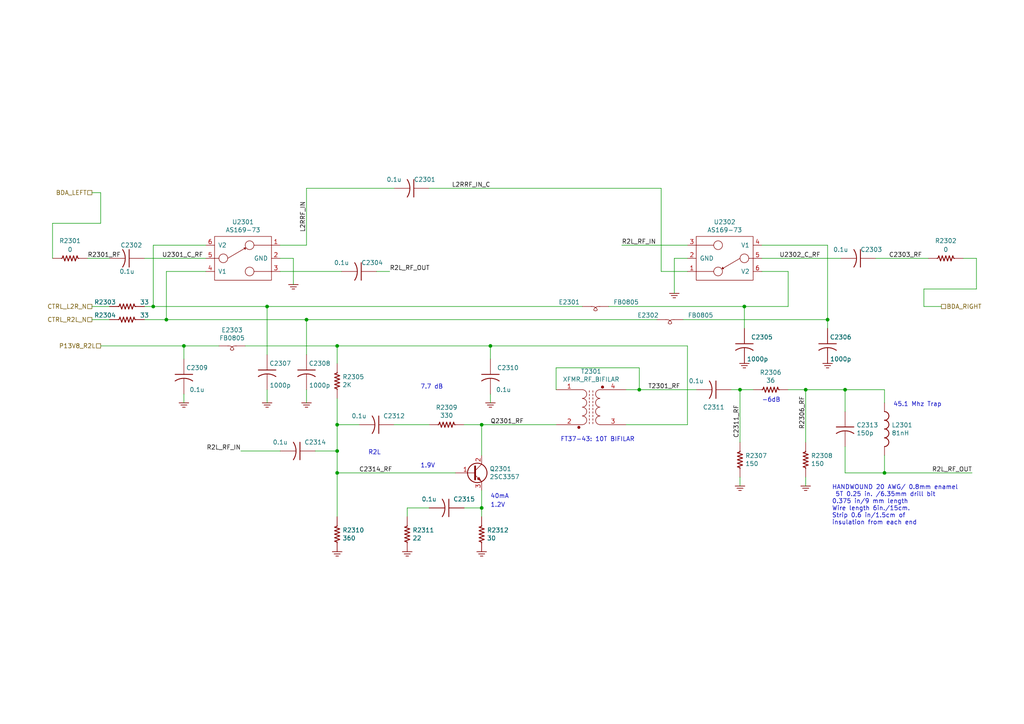
<source format=kicad_sch>
(kicad_sch (version 20211123) (generator eeschema)
  (paper "A4")
  (title_block (title "BD_RF_AMP") (rev "X1"))
  (lib_symbols
    (symbol "custom:2SC3357" (pin_names (offset 0) hide)
      (property "Reference" "Q" (at 5.08 1.905 0))
      (property "Value" "2SC3357" (at 5.08 0 0))
      (symbol "2SC3357_0_1"
        (polyline (pts (xy 0.635 0.635) (xy 2.54 2.54)))
        (polyline (pts (xy 0.635 -0.635) (xy 2.54 -2.54) (xy 2.54 -2.54)))
        (polyline (pts (xy 0.635 1.905) (xy 0.635 -1.905) (xy 0.635 -1.905)) (stroke (width 0.508)))
        (polyline (pts (xy 1.27 -1.778) (xy 1.778 -1.27) (xy 2.286 -2.286) (xy 1.27 -1.778) (xy 1.27 -1.778)) (fill (type outline)))
        (circle (center 1.27 0) (radius 2.8194) (stroke (width 0.254)))
      )
      (symbol "2SC3357_1_1"
        (pin passive line (at -5.08 0 0) (length 5.715) (name "B") (number "1"))
        (pin passive line (at 2.54 5.08 270) (length 2.54) (name "C") (number "2"))
        (pin passive line (at 2.54 -5.08 90) (length 2.54) (name "E") (number "3"))
      )
    )
    (symbol "custom:AS169-73" (pin_names (offset 1.016))
      (property "Reference" "U" (at 0 8.255 0))
      (property "Value" "AS169-73" (at 0.635 -10.795 0))
      (symbol "AS169-73_0_1"
        (rectangle (start -7.62 6.35) (end 8.89 -6.35))
        (circle (center -5.08 0) (radius 1.27))
        (polyline (pts (xy -6.35 0) (xy -7.62 0)))
        (polyline (pts (xy 3.81 -3.81) (xy 8.89 -3.81)))
        (polyline (pts (xy 3.81 3.81) (xy 8.89 3.81)))
        (polyline (pts (xy -3.81 0) (xy 1.397 3.048) (xy 1.27 2.54) (xy 0.889 3.048) (xy 1.397 3.048) (xy 1.27 2.667) (xy 1.016 2.921) (xy 1.27 2.794)))
        (circle (center 2.54 -3.81) (radius 1.27))
        (circle (center 2.54 3.81) (radius 1.27))
      )
      (symbol "AS169-73_1_1"
        (pin passive line (at 11.43 3.81 180) (length 2.54) (name "~") (number "1"))
        (pin passive line (at 11.43 0 180) (length 2.54) (name "GND") (number "2"))
        (pin passive line (at 11.43 -3.81 180) (length 2.54) (name "~") (number "3"))
        (pin passive line (at -10.16 -3.81 0) (length 2.54) (name "V1") (number "4"))
        (pin passive line (at -10.16 0 0) (length 2.54) (name "~") (number "5"))
        (pin passive line (at -10.16 3.81 0) (length 2.54) (name "V2") (number "6"))
      )
    )
    (symbol "custom:C_US" (pin_numbers hide) (pin_names (offset 0.254) hide)
      (property "Reference" "C" (at 1.27 2.54 0))
      (property "Value" "C_US" (at 1.27 -2.54 0))
      (symbol "C_US_0_1"
        (polyline (pts (xy -2.54 0.635) (xy 2.54 0.635) (xy 2.54 0.635)) (stroke (width 0.254)))
        (arc (start 2.54 -1.27) (mid 0 -0.5009) (end -2.54 -1.27) (stroke (width 0.254)))
      )
      (symbol "C_US_1_1"
        (pin passive line (at 0 5.08 270) (length 4.445) (name "~") (number "1"))
        (pin passive line (at 0 -5.08 90) (length 4.445) (name "~") (number "2"))
      )
    )
    (symbol "custom:C_US_0805_0.1UF_X7R_10%_50V_HS" (pin_numbers hide) (pin_names (offset 0.254) hide)
      (property "Reference" "C" (at 1.27 2.54 0))
      (property "Value" "C_US_0805_0.1UF_X7R_10%_50V_HS" (at 1.27 -2.54 0))
      (symbol "C_US_0805_0.1UF_X7R_10%_50V_HS_0_1"
        (polyline (pts (xy -2.54 0.635) (xy 2.54 0.635) (xy 2.54 0.635)) (stroke (width 0.254)))
        (arc (start 2.54 -1.27) (mid 0 -0.5009) (end -2.54 -1.27) (stroke (width 0.254)))
      )
      (symbol "C_US_0805_0.1UF_X7R_10%_50V_HS_1_1"
        (pin passive line (at 0 5.08 270) (length 4.445) (name "~") (number "1"))
        (pin passive line (at 0 -5.08 90) (length 4.445) (name "~") (number "2"))
      )
    )
    (symbol "custom:FB0805" (pin_numbers hide) (pin_names (offset 1.016) hide)
      (property "Reference" "E" (at -4.318 1.27 0))
      (property "Value" "FB0805" (at -4.318 -4.064 0))
      (symbol "FB0805_1_0"
        (polyline (pts (xy -2.54 0) (xy -2.286 0)))
        (polyline (pts (xy -0.254 0) (xy 0 0)))
      )
      (symbol "FB0805_1_1"
        (arc (start -1.778 -1.016) (mid -1.27 -1.27) (end -0.762 -1.016))
        (arc (start -1.27 -0.254) (mid -1.7574 -0.0446) (end -2.286 0))
        (arc (start -1.27 -0.254) (mid -1.6002 -0.5842) (end -1.778 -1.016))
        (arc (start -0.762 -1.016) (mid -0.9352 -0.5811) (end -1.27 -0.254))
        (arc (start -0.254 0) (mid -0.7826 -0.0446) (end -1.27 -0.254))
        (pin passive line (at -5.08 0 0) (length 2.54) (name "1") (number "1"))
        (pin passive line (at 2.54 0 180) (length 2.54) (name "2") (number "2"))
      )
    )
    (symbol "custom:GND_US" (power) (pin_names (offset 0))
      (symbol "GND_US_0_1"
        (polyline (pts (xy -1.397 0) (xy 1.397 0)) (stroke (width 0.2032)))
        (polyline (pts (xy -0.889 -0.635) (xy 0.889 -0.635)) (stroke (width 0.2032)))
        (polyline (pts (xy -0.381 -1.27) (xy 0.381 -1.27)) (stroke (width 0.2032)))
      )
      (symbol "GND_US_1_1"
        (pin power_in line (at 0 0 90) (length 0) hide (name "GND") (number "1"))
      )
    )
    (symbol "custom:L_US" (pin_numbers hide) (pin_names (offset 1.016) hide)
      (property "Reference" "L" (at -1.27 0 90))
      (property "Value" "L_US" (at 2.54 0 90))
      (symbol "L_US_0_1"
        (arc (start 0 2.54) (mid 1.27 3.81) (end 0 5.08) (stroke (width 0.254)))
        (arc (start 0.0254 -5.0546) (mid 1.245 -3.7973) (end 0.0254 -2.54) (stroke (width 0.254)))
        (arc (start 0.0254 -2.5146) (mid 1.2704 -1.2319) (end 0.0254 0.0508) (stroke (width 0.254)))
        (arc (start 0.0254 0.0254) (mid 1.2704 1.3081) (end 0.0254 2.5908) (stroke (width 0.254)))
      )
      (symbol "L_US_1_1"
        (pin passive line (at 0 7.62 270) (length 2.54) (name "1") (number "1"))
        (pin passive line (at 0 -7.62 90) (length 2.54) (name "2") (number "2"))
      )
    )
    (symbol "custom:R_US" (pin_numbers hide) (pin_names (offset 1.016) hide)
      (property "Reference" "R" (at 2.032 0 90))
      (property "Value" "R_US" (at -2.032 0 90))
      (symbol "R_US_0_0"
        (polyline (pts (xy 0 -2.54) (xy 0 -2.54) (xy 0 -2.286) (xy -0.762 -2.032) (xy 0.762 -1.524) (xy -0.762 -1.016) (xy 0.762 -0.508) (xy -0.762 0) (xy 0.762 0.508) (xy -0.762 1.016) (xy 0.762 1.524) (xy -0.762 2.032) (xy 0 2.286) (xy 0 2.54) (xy 0 2.54)) (stroke (width 0.254)))
      )
      (symbol "R_US_1_1"
        (pin passive line (at 0 5.08 270) (length 2.54) (name "~") (number "1"))
        (pin passive line (at 0 -5.08 90) (length 2.54) (name "~") (number "2"))
      )
    )
    (symbol "custom:XFMR_RF_BIFILAR" (pin_names (offset 1.016) hide)
      (property "Reference" "T" (at -0.254 -8.382 0))
      (property "Value" "XFMR_RF_BIFILAR" (at 0 7.112 0))
      (symbol "XFMR_RF_BIFILAR_0_1"
        (polyline (pts (xy -0.508 3.556) (xy -0.508 3.048)))
        (polyline (pts (xy 0.508 3.556) (xy 0.508 3.048)))
        (circle (center 3.302 4.572) (radius 0.3556) (fill (type outline)))
      )
      (symbol "XFMR_RF_BIFILAR_1_1"
        (circle (center -3.556 -7.112) (radius 0.3556) (fill (type outline)))
        (arc (start -2.54 -6.3246) (mid -1.6561 -5.9563) (end -1.27 -5.08))
        (arc (start -2.54 -3.7846) (mid -1.6561 -3.4163) (end -1.27 -2.54))
        (arc (start -2.54 -1.2446) (mid -1.6561 -0.8763) (end -1.27 0))
        (arc (start -2.54 1.2954) (mid -1.6561 1.6637) (end -1.27 2.54))
        (arc (start -1.27 -5.08) (mid -1.642 -4.182) (end -2.54 -3.81))
        (arc (start -1.27 -2.54) (mid -1.642 -1.642) (end -2.54 -1.27))
        (arc (start -1.27 0) (mid -1.642 0.898) (end -2.54 1.27))
        (arc (start -1.27 2.54) (mid -1.642 3.438) (end -2.54 3.81))
        (polyline (pts (xy -0.508 -5.588) (xy -0.508 -6.096)))
        (polyline (pts (xy -0.508 -4.572) (xy -0.508 -5.08)))
        (polyline (pts (xy -0.508 -3.556) (xy -0.508 -4.064)))
        (polyline (pts (xy -0.508 -2.54) (xy -0.508 -3.048)))
        (polyline (pts (xy -0.508 -1.524) (xy -0.508 -2.032)))
        (polyline (pts (xy -0.508 -0.508) (xy -0.508 -1.016)))
        (polyline (pts (xy -0.508 0.508) (xy -0.508 0)))
        (polyline (pts (xy -0.508 1.524) (xy -0.508 1.016)))
        (polyline (pts (xy -0.508 2.54) (xy -0.508 2.032)))
        (polyline (pts (xy 0.508 -5.588) (xy 0.508 -6.096)))
        (polyline (pts (xy 0.508 -4.572) (xy 0.508 -5.08)))
        (polyline (pts (xy 0.508 -3.556) (xy 0.508 -4.064)))
        (polyline (pts (xy 0.508 -2.54) (xy 0.508 -3.048)))
        (polyline (pts (xy 0.508 -1.524) (xy 0.508 -2.032)))
        (polyline (pts (xy 0.508 -0.508) (xy 0.508 -1.016)))
        (polyline (pts (xy 0.508 0.508) (xy 0.508 0)))
        (polyline (pts (xy 0.508 1.524) (xy 0.508 1.016)))
        (polyline (pts (xy 0.508 2.54) (xy 0.508 2.032)))
        (arc (start 1.2954 -2.54) (mid 1.6599 -3.4201) (end 2.54 -3.7846))
        (arc (start 1.2954 0) (mid 1.6599 -0.8801) (end 2.54 -1.2446))
        (arc (start 1.2954 2.54) (mid 1.6599 1.6599) (end 2.54 1.2954))
        (arc (start 1.3208 -5.08) (mid 1.6853 -5.9601) (end 2.5654 -6.3246))
        (arc (start 2.54 -1.27) (mid 1.6456 -1.6383) (end 1.2954 -2.54))
        (arc (start 2.54 1.27) (mid 1.6456 0.9017) (end 1.2954 0))
        (arc (start 2.54 3.81) (mid 1.6456 3.4417) (end 1.2954 2.54))
        (arc (start 2.5654 -3.81) (mid 1.671 -4.1783) (end 1.3208 -5.08))
        (pin passive line (at -10.16 3.81 0) (length 7.62) (name "PR1") (number "1"))
        (pin passive line (at -10.16 -6.35 0) (length 7.62) (name "PR2") (number "2"))
        (pin passive line (at 10.16 -6.35 180) (length 7.62) (name "S1") (number "3"))
        (pin passive line (at 10.16 3.81 180) (length 7.62) (name "S2") (number "4"))
      )
    )
  )
  (junction (at 97.79 130.81))
  (junction (at 245.11 113.03))
  (junction (at 53.34 100.33))
  (junction (at 97.79 137.16))
  (junction (at 185.42 113.03))
  (junction (at 88.9 92.71))
  (junction (at 139.7 123.19))
  (junction (at 240.03 92.71))
  (junction (at 97.79 100.33))
  (junction (at 44.45 88.9))
  (junction (at 97.79 123.19))
  (junction (at 77.47 88.9))
  (junction (at 48.26 92.71))
  (junction (at 139.7 147.32))
  (junction (at 233.68 113.03))
  (junction (at 256.54 137.16))
  (junction (at 142.24 100.33))
  (junction (at 214.63 113.03))
  (junction (at 215.9 88.9))
  (wire (pts (xy 48.26 78.74) (xy 48.26 92.71)))
  (wire (pts (xy 176.53 88.9) (xy 215.9 88.9)))
  (wire (pts (xy 245.11 137.16) (xy 256.54 137.16)))
  (wire (pts (xy 88.9 113.03) (xy 88.9 116.84)))
  (wire (pts (xy 85.09 74.93) (xy 85.09 82.55)))
  (wire (pts (xy 77.47 113.03) (xy 77.47 116.84)))
  (wire (pts (xy 267.97 88.9) (xy 273.05 88.9)))
  (wire (pts (xy 134.62 147.32) (xy 139.7 147.32)))
  (wire (pts (xy 91.44 130.81) (xy 97.79 130.81)))
  (wire (pts (xy 199.39 123.19) (xy 181.61 123.19)))
  (wire (pts (xy 88.9 102.87) (xy 88.9 92.71)))
  (wire (pts (xy 29.21 64.77) (xy 15.24 64.77)))
  (wire (pts (xy 181.61 113.03) (xy 185.42 113.03)))
  (wire (pts (xy 59.69 71.12) (xy 44.45 71.12)))
  (wire (pts (xy 77.47 102.87) (xy 77.47 88.9)))
  (wire (pts (xy 29.21 55.88) (xy 26.67 55.88)))
  (wire (pts (xy 88.9 92.71) (xy 190.5 92.71)))
  (wire (pts (xy 97.79 100.33) (xy 142.24 100.33)))
  (wire (pts (xy 215.9 88.9) (xy 228.6 88.9)))
  (wire (pts (xy 240.03 95.25) (xy 240.03 92.71)))
  (wire (pts (xy 81.28 130.81) (xy 69.85 130.81)))
  (wire (pts (xy 88.9 71.12) (xy 81.28 71.12)))
  (wire (pts (xy 267.97 83.82) (xy 267.97 88.9)))
  (wire (pts (xy 97.79 123.19) (xy 97.79 115.57)))
  (wire (pts (xy 71.12 100.33) (xy 97.79 100.33)))
  (wire (pts (xy 29.21 55.88) (xy 29.21 64.77)))
  (wire (pts (xy 81.28 74.93) (xy 85.09 74.93)))
  (wire (pts (xy 25.4 74.93) (xy 31.75 74.93)))
  (wire (pts (xy 228.6 78.74) (xy 220.98 78.74)))
  (wire (pts (xy 97.79 123.19) (xy 97.79 130.81)))
  (wire (pts (xy 195.58 74.93) (xy 195.58 85.09)))
  (wire (pts (xy 139.7 147.32) (xy 139.7 142.24)))
  (wire (pts (xy 191.77 54.61) (xy 191.77 78.74)))
  (wire (pts (xy 233.68 128.27) (xy 233.68 113.03)))
  (wire (pts (xy 198.12 92.71) (xy 240.03 92.71)))
  (wire (pts (xy 97.79 149.86) (xy 97.79 137.16)))
  (wire (pts (xy 199.39 74.93) (xy 195.58 74.93)))
  (wire (pts (xy 228.6 88.9) (xy 228.6 78.74)))
  (wire (pts (xy 124.46 147.32) (xy 118.11 147.32)))
  (wire (pts (xy 97.79 105.41) (xy 97.79 100.33)))
  (wire (pts (xy 185.42 113.03) (xy 185.42 106.68)))
  (wire (pts (xy 53.34 104.14) (xy 53.34 100.33)))
  (wire (pts (xy 41.91 92.71) (xy 48.26 92.71)))
  (wire (pts (xy 220.98 74.93) (xy 243.84 74.93)))
  (wire (pts (xy 44.45 88.9) (xy 41.91 88.9)))
  (wire (pts (xy 199.39 71.12) (xy 180.34 71.12)))
  (wire (pts (xy 15.24 64.77) (xy 15.24 74.93)))
  (wire (pts (xy 118.11 147.32) (xy 118.11 149.86)))
  (wire (pts (xy 59.69 78.74) (xy 48.26 78.74)))
  (wire (pts (xy 269.24 74.93) (xy 254 74.93)))
  (wire (pts (xy 256.54 116.84) (xy 256.54 113.03)))
  (wire (pts (xy 48.26 92.71) (xy 88.9 92.71)))
  (wire (pts (xy 114.3 123.19) (xy 124.46 123.19)))
  (wire (pts (xy 99.06 78.74) (xy 81.28 78.74)))
  (wire (pts (xy 199.39 100.33) (xy 199.39 123.19)))
  (wire (pts (xy 53.34 114.3) (xy 53.34 116.84)))
  (wire (pts (xy 214.63 113.03) (xy 218.44 113.03)))
  (wire (pts (xy 88.9 54.61) (xy 114.3 54.61)))
  (wire (pts (xy 29.21 100.33) (xy 53.34 100.33)))
  (wire (pts (xy 233.68 138.43) (xy 233.68 140.97)))
  (wire (pts (xy 142.24 100.33) (xy 199.39 100.33)))
  (wire (pts (xy 53.34 100.33) (xy 63.5 100.33)))
  (wire (pts (xy 283.21 74.93) (xy 283.21 83.82)))
  (wire (pts (xy 201.93 113.03) (xy 185.42 113.03)))
  (wire (pts (xy 245.11 113.03) (xy 233.68 113.03)))
  (wire (pts (xy 77.47 88.9) (xy 168.91 88.9)))
  (wire (pts (xy 31.75 92.71) (xy 26.67 92.71)))
  (wire (pts (xy 240.03 92.71) (xy 240.03 71.12)))
  (wire (pts (xy 220.98 71.12) (xy 240.03 71.12)))
  (wire (pts (xy 139.7 149.86) (xy 139.7 147.32)))
  (wire (pts (xy 44.45 88.9) (xy 77.47 88.9)))
  (wire (pts (xy 161.29 106.68) (xy 161.29 113.03)))
  (wire (pts (xy 214.63 128.27) (xy 214.63 113.03)))
  (wire (pts (xy 88.9 54.61) (xy 88.9 71.12)))
  (wire (pts (xy 214.63 138.43) (xy 214.63 140.97)))
  (wire (pts (xy 41.91 74.93) (xy 59.69 74.93)))
  (wire (pts (xy 245.11 129.54) (xy 245.11 137.16)))
  (wire (pts (xy 109.22 78.74) (xy 113.03 78.74)))
  (wire (pts (xy 124.46 54.61) (xy 191.77 54.61)))
  (wire (pts (xy 245.11 119.38) (xy 245.11 113.03)))
  (wire (pts (xy 228.6 113.03) (xy 233.68 113.03)))
  (wire (pts (xy 31.75 88.9) (xy 26.67 88.9)))
  (wire (pts (xy 212.09 113.03) (xy 214.63 113.03)))
  (wire (pts (xy 97.79 130.81) (xy 97.79 137.16)))
  (wire (pts (xy 44.45 71.12) (xy 44.45 88.9)))
  (wire (pts (xy 191.77 78.74) (xy 199.39 78.74)))
  (wire (pts (xy 256.54 137.16) (xy 281.94 137.16)))
  (wire (pts (xy 142.24 104.14) (xy 142.24 100.33)))
  (wire (pts (xy 142.24 114.3) (xy 142.24 116.84)))
  (wire (pts (xy 279.4 74.93) (xy 283.21 74.93)))
  (wire (pts (xy 139.7 123.19) (xy 139.7 132.08)))
  (wire (pts (xy 256.54 132.08) (xy 256.54 137.16)))
  (wire (pts (xy 185.42 106.68) (xy 161.29 106.68)))
  (wire (pts (xy 139.7 123.19) (xy 161.29 123.19)))
  (wire (pts (xy 215.9 95.25) (xy 215.9 88.9)))
  (wire (pts (xy 256.54 113.03) (xy 245.11 113.03)))
  (wire (pts (xy 104.14 123.19) (xy 97.79 123.19)))
  (wire (pts (xy 283.21 83.82) (xy 267.97 83.82)))
  (wire (pts (xy 134.62 123.19) (xy 139.7 123.19)))
  (wire (pts (xy 132.08 137.16) (xy 97.79 137.16)))
  (text "R2L\n" (at 110.49 132.08 180) (effects (font (size 1.27 1.27)) (justify right bottom)))
  (text "1.9V\n" (at 121.92 135.89 0) (effects (font (size 1.27 1.27)) (justify left bottom)))
  (text "45.1 Mhz Trap" (at 259.08 118.11 0) (effects (font (size 1.27 1.27)) (justify left bottom)))
  (text "1.2V" (at 142.24 147.32 0) (effects (font (size 1.27 1.27)) (justify left bottom)))
  (text "-6dB" (at 220.98 116.84 0) (effects (font (size 1.27 1.27)) (justify left bottom)))
  (text "40mA" (at 142.24 144.78 0) (effects (font (size 1.27 1.27)) (justify left bottom)))
  (text "FT37-43: 10T BIFILAR" (at 162.56 128.27 0) (effects (font (size 1.27 1.27)) (justify left bottom)))
  (text "7.7 dB\n" (at 121.92 113.03 0) (effects (font (size 1.27 1.27)) (justify left bottom)))
  (text "HANDWOUND 20 AWG/ 0.8mm enamel\n 5T 0.25 in. /6.35mm drill bit\n0.375 in/9 mm length\nWire length 6in./15cm. \nStrip 0.6 in/1.5cm of \ninsulation from each end" (at 241.3 152.4 0) (effects (font (size 1.27 1.27)) (justify left bottom)))
  (label "C2314_RF" (at 104.14 137.16 0))
  (label "C2303_RF" (at 257.81 74.93 0))
  (label "R2L_RF_OUT" (at 281.94 137.16 180))
  (label "Q2301_RF" (at 142.24 123.19 0))
  (label "R2306_RF" (at 233.68 124.46 90))
  (label "T2301_RF" (at 187.96 113.03 0))
  (label "R2L_RF_IN" (at 180.34 71.12 0))
  (label "R2301_RF" (at 25.4 74.93 0))
  (label "R2L_RF_IN" (at 69.85 130.81 180))
  (label "L2RRF_IN" (at 88.9 67.31 90))
  (label "L2RRF_IN_C" (at 142.24 54.61 180))
  (label "C2311_RF" (at 214.63 127 90))
  (label "U2301_C_RF" (at 46.99 74.93 0))
  (label "U2302_C_RF" (at 226.06 74.93 0))
  (label "R2L_RF_OUT" (at 113.03 78.74 0))
  (hierarchical_label "CTRL_L2R_N" (shape passive) (at 26.67 88.9 180))
  (hierarchical_label "CTRL_R2L_N" (shape passive) (at 26.67 92.71 180))
  (hierarchical_label "BDA_LEFT" (shape passive) (at 26.67 55.88 180))
  (hierarchical_label "BDA_RIGHT" (shape passive) (at 273.05 88.9 0))
  (hierarchical_label "P13V8_R2L" (shape passive) (at 29.21 100.33 180))
  (symbol (lib_id "custom:R_US") (at 129.54 123.19 270) (unit 1)
    (property "Reference" "R2309" (at 129.54 118.1862 90))
    (property "Value" "330" (at 129.54 120.4976 90))
    (property "Footprint" "Resistor_SMD:R_0805_2012Metric_Pad1.15x1.40mm_HandSolder" (effects hide))
    (property "PartNumber" "800XXX-XXX" (effects hide))
  )
  (symbol (lib_id "custom:R_US") (at 139.7 154.94 0) (unit 1)
    (property "Reference" "R2312" (at 141.224 153.7716 0) (effects (justify left)))
    (property "Value" "30" (at 141.224 156.083 0) (effects (justify left)))
    (property "Footprint" "Resistor_SMD:R_0805_2012Metric_Pad1.15x1.40mm_HandSolder" (effects hide))
    (property "PartNumber" "800XXX-XXX" (effects hide))
  )
  (symbol (lib_id "custom:R_US") (at 118.11 154.94 0) (unit 1)
    (property "Reference" "R2311" (at 119.634 153.7716 0) (effects (justify left)))
    (property "Value" "22" (at 119.634 156.083 0) (effects (justify left)))
    (property "Footprint" "Resistor_SMD:R_0805_2012Metric_Pad1.15x1.40mm_HandSolder" (effects hide))
    (property "PartNumber" "800XXX-XXX" (effects hide))
  )
  (symbol (lib_id "custom:GND_US") (at 118.11 160.02 0) (unit 1)
    (property "Reference" "#PWR02312" (effects hide))
    (property "Value" "GND_US" (effects hide))
  )
  (symbol (lib_id "custom:R_US") (at 97.79 110.49 0) (unit 1)
    (property "Reference" "R2305" (at 99.314 109.3216 0) (effects (justify left)))
    (property "Value" "2K" (at 99.314 111.633 0) (effects (justify left)))
    (property "Footprint" "Resistor_SMD:R_0805_2012Metric_Pad1.15x1.40mm_HandSolder" (effects hide))
    (property "PartNumber" "800XXX-XXX" (effects hide))
  )
  (symbol (lib_id "custom:GND_US") (at 142.24 116.84 0) (unit 1)
    (property "Reference" "#PWR02308" (effects hide))
    (property "Value" "GND_US" (effects hide))
  )
  (symbol (lib_id "custom:XFMR_RF_BIFILAR") (at 171.45 116.84 0) (unit 1)
    (property "Reference" "T2301" (at 171.45 107.7214 0))
    (property "Value" "XFMR_RF_BIFILAR" (at 171.45 110.0328 0))
    (property "Footprint" "mods:XFMR_Handwound_FT37" (effects hide))
    (property "PartNumber" "800257-037" (effects hide))
  )
  (symbol (lib_id "custom:2SC3357") (at 137.16 137.16 0) (unit 1)
    (property "Reference" "Q2301" (at 141.986 135.9916 0) (effects (justify left)))
    (property "Value" "2SC3357" (at 141.986 138.303 0) (effects (justify left)))
    (property "Footprint" "Package_TO_SOT_SMD:SOT-89-3" (effects hide))
    (property "PartNumber" "800246-101" (effects hide))
  )
  (symbol (lib_id "custom:GND_US") (at 139.7 160.02 0) (unit 1)
    (property "Reference" "#PWR02313" (effects hide))
    (property "Value" "GND_US" (effects hide))
  )
  (symbol (lib_id "custom:R_US") (at 214.63 133.35 0) (unit 1)
    (property "Reference" "R2307" (at 216.154 132.1816 0) (effects (justify left)))
    (property "Value" "150" (at 216.154 134.493 0) (effects (justify left)))
    (property "Footprint" "Resistor_SMD:R_0805_2012Metric_Pad1.15x1.40mm_HandSolder" (effects hide))
    (property "PartNumber" "800XXX-XXX" (effects hide))
  )
  (symbol (lib_id "custom:R_US") (at 233.68 133.35 0) (unit 1)
    (property "Reference" "R2308" (at 235.204 132.1816 0) (effects (justify left)))
    (property "Value" "150" (at 235.204 134.493 0) (effects (justify left)))
    (property "Footprint" "Resistor_SMD:R_0805_2012Metric_Pad1.15x1.40mm_HandSolder" (effects hide))
    (property "PartNumber" "800XXX-XXX" (effects hide))
  )
  (symbol (lib_id "custom:R_US") (at 223.52 113.03 270) (unit 1)
    (property "Reference" "R2306" (at 223.52 108.0262 90))
    (property "Value" "36" (at 223.52 110.3376 90))
    (property "Footprint" "Resistor_SMD:R_0805_2012Metric_Pad1.15x1.40mm_HandSolder" (effects hide))
    (property "PartNumber" "800XXX-XXX" (effects hide))
  )
  (symbol (lib_id "custom:GND_US") (at 214.63 140.97 0) (unit 1)
    (property "Reference" "#PWR02309" (effects hide))
    (property "Value" "GND_US" (effects hide))
  )
  (symbol (lib_id "custom:GND_US") (at 233.68 140.97 0) (unit 1)
    (property "Reference" "#PWR02310" (effects hide))
    (property "Value" "GND_US" (effects hide))
  )
  (symbol (lib_id "custom:GND_US") (at 97.79 160.02 0) (unit 1)
    (property "Reference" "#PWR02311" (effects hide))
    (property "Value" "GND_US" (effects hide))
  )
  (symbol (lib_id "custom:R_US") (at 97.79 154.94 0) (unit 1)
    (property "Reference" "R2310" (at 99.314 153.7716 0) (effects (justify left)))
    (property "Value" "360" (at 99.314 156.083 0) (effects (justify left)))
    (property "Footprint" "Resistor_SMD:R_0805_2012Metric_Pad1.15x1.40mm_HandSolder" (effects hide))
    (property "PartNumber" "800XXX-XXX" (effects hide))
  )
  (symbol (lib_id "custom:FB0805") (at 68.58 100.33 0) (unit 1)
    (property "Reference" "E2303" (at 67.31 95.7326 0))
    (property "Value" "FB0805" (at 67.31 98.044 0))
    (property "Footprint" "Inductor_SMD:L_0805_2012Metric_Pad1.15x1.40mm_HandSolder" (effects hide))
    (property "PartNumber" "80000X-XXX" (effects hide))
  )
  (symbol (lib_id "custom:C_US") (at 53.34 109.22 0) (unit 1)
    (property "Reference" "C2309" (at 57.15 106.68 0))
    (property "Value" "0.1u" (at 57.15 113.03 0))
    (property "Footprint" "Capacitor_SMD:C_0805_2012Metric_Pad1.15x1.40mm_HandSolder" (effects hide))
    (property "PartNumber" "800063-XXX" (effects hide))
  )
  (symbol (lib_id "custom:GND_US") (at 53.34 116.84 0) (unit 1)
    (property "Reference" "#PWR02305" (effects hide))
    (property "Value" "GND_US" (effects hide))
  )
  (symbol (lib_id "custom:AS169-73") (at 69.85 74.93 0) (unit 1)
    (property "Reference" "U2301" (at 70.485 64.389 0))
    (property "Value" "AS169-73" (at 70.485 66.7004 0))
    (property "Footprint" "Package_TO_SOT_SMD:SOT-23-6_Handsoldering" (effects hide))
    (property "PartNumber" "800261-101" (effects hide))
  )
  (symbol (lib_id "custom:AS169-73") (at 210.82 74.93 180) (unit 1)
    (property "Reference" "U2302" (at 210.185 64.389 0))
    (property "Value" "AS169-73" (at 210.185 66.7004 0))
    (property "Footprint" "Package_TO_SOT_SMD:SOT-23-6_Handsoldering" (effects hide))
    (property "PartNumber" "800261-101" (effects hide))
  )
  (symbol (lib_id "custom:C_US") (at 36.83 74.93 270) (unit 1)
    (property "Reference" "C2302" (at 38.1 71.12 90))
    (property "Value" "0.1u" (at 36.83 78.74 90))
    (property "Footprint" "Capacitor_SMD:C_0805_2012Metric_Pad1.15x1.40mm_HandSolder" (effects hide))
    (property "PartNumber" "800063-XXX" (effects hide))
  )
  (symbol (lib_id "custom:GND_US") (at 195.58 85.09 0) (unit 1)
    (property "Reference" "#PWR02302" (effects hide))
    (property "Value" "GND_US" (effects hide))
  )
  (symbol (lib_id "custom:GND_US") (at 85.09 82.55 0) (unit 1)
    (property "Reference" "#PWR02301" (effects hide))
    (property "Value" "GND_US" (effects hide))
  )
  (symbol (lib_id "custom:FB0805") (at 173.99 88.9 0) (unit 1)
    (property "Reference" "E2301" (at 165.1 87.63 0))
    (property "Value" "FB0805" (at 181.61 87.63 0))
    (property "Footprint" "Inductor_SMD:L_0805_2012Metric_Pad1.15x1.40mm_HandSolder" (effects hide))
    (property "PartNumber" "80000X-XXX" (effects hide))
  )
  (symbol (lib_id "custom:FB0805") (at 195.58 92.71 0) (unit 1)
    (property "Reference" "E2302" (at 187.96 91.44 0))
    (property "Value" "FB0805" (at 203.2 91.44 0))
    (property "Footprint" "Inductor_SMD:L_0805_2012Metric_Pad1.15x1.40mm_HandSolder" (effects hide))
    (property "PartNumber" "80000X-XXX" (effects hide))
  )
  (symbol (lib_id "custom:GND_US") (at 215.9 105.41 0) (unit 1)
    (property "Reference" "#PWR02303" (effects hide))
    (property "Value" "GND_US" (effects hide))
  )
  (symbol (lib_id "custom:GND_US") (at 240.03 105.41 0) (unit 1)
    (property "Reference" "#PWR02304" (effects hide))
    (property "Value" "GND_US" (effects hide))
  )
  (symbol (lib_id "custom:C_US") (at 77.47 107.95 0) (unit 1)
    (property "Reference" "C2307" (at 81.28 105.41 0))
    (property "Value" "1000p" (at 81.28 111.76 0))
    (property "Footprint" "Capacitor_SMD:C_0805_2012Metric_Pad1.15x1.40mm_HandSolder" (effects hide))
    (property "PartNumber" "800063-XXX" (effects hide))
  )
  (symbol (lib_id "custom:GND_US") (at 77.47 116.84 0) (unit 1)
    (property "Reference" "#PWR02306" (effects hide))
    (property "Value" "GND_US" (effects hide))
  )
  (symbol (lib_id "custom:GND_US") (at 88.9 116.84 0) (unit 1)
    (property "Reference" "#PWR02307" (effects hide))
    (property "Value" "GND_US" (effects hide))
  )
  (symbol (lib_id "custom:R_US") (at 36.83 88.9 270) (unit 1)
    (property "Reference" "R2303" (at 30.48 87.63 90))
    (property "Value" "33" (at 41.91 87.63 90))
    (property "Footprint" "Resistor_SMD:R_0805_2012Metric_Pad1.15x1.40mm_HandSolder" (effects hide))
    (property "PartNumber" "800XXX-XXX" (effects hide))
  )
  (symbol (lib_id "custom:R_US") (at 36.83 92.71 270) (unit 1)
    (property "Reference" "R2304" (at 30.48 91.44 90))
    (property "Value" "33" (at 41.91 91.44 90))
    (property "Footprint" "Resistor_SMD:R_0805_2012Metric_Pad1.15x1.40mm_HandSolder" (effects hide))
    (property "PartNumber" "800XXX-XXX" (effects hide))
  )
  (symbol (lib_id "custom:C_US") (at 88.9 107.95 0) (unit 1)
    (property "Reference" "C2308" (at 92.71 105.41 0))
    (property "Value" "1000p" (at 92.71 111.76 0))
    (property "Footprint" "Capacitor_SMD:C_0805_2012Metric_Pad1.15x1.40mm_HandSolder" (effects hide))
    (property "PartNumber" "800063-XXX" (effects hide))
  )
  (symbol (lib_id "custom:C_US") (at 215.9 100.33 0) (unit 1)
    (property "Reference" "C2305" (at 220.98 97.79 0))
    (property "Value" "1000p" (at 219.71 104.14 0))
    (property "Footprint" "Capacitor_SMD:C_0805_2012Metric_Pad1.15x1.40mm_HandSolder" (effects hide))
    (property "PartNumber" "800063-XXX" (effects hide))
  )
  (symbol (lib_id "custom:C_US") (at 240.03 100.33 0) (unit 1)
    (property "Reference" "C2306" (at 243.84 97.79 0))
    (property "Value" "1000p" (at 243.84 104.14 0))
    (property "Footprint" "Capacitor_SMD:C_0805_2012Metric_Pad1.15x1.40mm_HandSolder" (effects hide))
    (property "PartNumber" "800063-XXX" (effects hide))
  )
  (symbol (lib_id "custom:R_US") (at 20.32 74.93 270) (unit 1)
    (property "Reference" "R2301" (at 20.32 69.85 90))
    (property "Value" "0" (at 20.32 72.39 90))
    (property "Footprint" "Resistor_SMD:R_0805_2012Metric_Pad1.15x1.40mm_HandSolder" (effects hide))
    (property "PartNumber" "800XXX-XXX" (effects hide))
  )
  (symbol (lib_id "custom:R_US") (at 274.32 74.93 270) (unit 1)
    (property "Reference" "R2302" (at 274.32 69.85 90))
    (property "Value" "0" (at 274.32 72.39 90))
    (property "Footprint" "Resistor_SMD:R_0805_2012Metric_Pad1.15x1.40mm_HandSolder" (effects hide))
    (property "PartNumber" "800XXX-XXX" (effects hide))
  )
  (symbol (lib_id "custom:C_US") (at 119.38 54.61 270) (unit 1)
    (property "Reference" "C2301" (at 123.19 52.07 90))
    (property "Value" "0.1u" (at 114.3 52.07 90))
    (property "Footprint" "Capacitor_SMD:C_0805_2012Metric_Pad1.15x1.40mm_HandSolder" (effects hide))
    (property "PartNumber" "800063-XXX" (effects hide))
  )
  (symbol (lib_id "custom:C_US") (at 248.92 74.93 270) (unit 1)
    (property "Reference" "C2303" (at 252.73 72.39 90))
    (property "Value" "0.1u" (at 243.84 72.39 90))
    (property "Footprint" "Capacitor_SMD:C_0805_2012Metric_Pad1.15x1.40mm_HandSolder" (effects hide))
    (property "PartNumber" "800063-XXX" (effects hide))
  )
  (symbol (lib_id "custom:C_US") (at 207.01 113.03 270) (unit 1)
    (property "Reference" "C2311" (at 207.01 118.11 90))
    (property "Value" "0.1u" (at 201.93 110.49 90))
    (property "Footprint" "Capacitor_SMD:C_0805_2012Metric_Pad1.15x1.40mm_HandSolder" (effects hide))
    (property "PartNumber" "800063-XXX" (effects hide))
  )
  (symbol (lib_id "custom:C_US") (at 109.22 123.19 270) (unit 1)
    (property "Reference" "C2312" (at 114.3 120.65 90))
    (property "Value" "0.1u" (at 104.14 120.65 90))
    (property "Footprint" "Capacitor_SMD:C_0805_2012Metric_Pad1.15x1.40mm_HandSolder" (effects hide))
    (property "PartNumber" "800063-XXX" (effects hide))
  )
  (symbol (lib_id "custom:C_US") (at 86.36 130.81 270) (unit 1)
    (property "Reference" "C2314" (at 91.44 128.27 90))
    (property "Value" "0.1u" (at 81.28 128.27 90))
    (property "Footprint" "Capacitor_SMD:C_0805_2012Metric_Pad1.15x1.40mm_HandSolder" (effects hide))
    (property "PartNumber" "800063-XXX" (effects hide))
  )
  (symbol (lib_id "custom:C_US") (at 129.54 147.32 270) (unit 1)
    (property "Reference" "C2315" (at 134.62 144.78 90))
    (property "Value" "0.1u" (at 124.46 144.78 90))
    (property "Footprint" "Capacitor_SMD:C_0805_2012Metric_Pad1.15x1.40mm_HandSolder" (effects hide))
    (property "PartNumber" "800063-XXX" (effects hide))
  )
  (symbol (lib_id "custom:L_US") (at 256.54 124.46 0) (unit 1)
    (property "Reference" "L2301" (at 258.5974 123.2916 0) (effects (justify left)))
    (property "Value" "81nH" (at 258.5974 125.603 0) (effects (justify left)))
    (property "Footprint" "mods:AIR_CORE_9MMX6.3MM" (effects hide))
    (property "PartNumber" "8000XX-XXX" (effects hide))
  )
  (symbol (lib_id "custom:C_US_0805_0.1UF_X7R_10%_50V_HS") (at 245.11 124.46 0) (unit 1)
    (property "Reference" "C2313" (at 248.412 123.2916 0) (effects (justify left)))
    (property "Value" "150p" (at 248.412 125.603 0) (effects (justify left)))
    (property "Footprint" "Capacitor_SMD:C_0805_2012Metric_Pad1.15x1.40mm_HandSolder" (effects hide))
    (property "PartNumber" "800238-104" (effects hide))
  )
  (symbol (lib_id "custom:C_US") (at 142.24 109.22 0) (unit 1)
    (property "Reference" "C2310" (at 147.32 106.68 0))
    (property "Value" "0.1u" (at 146.05 113.03 0))
    (property "Footprint" "Capacitor_SMD:C_0805_2012Metric_Pad1.15x1.40mm_HandSolder" (effects hide))
    (property "PartNumber" "800063-XXX" (effects hide))
  )
  (symbol (lib_id "custom:C_US") (at 104.14 78.74 270) (unit 1)
    (property "Reference" "C2304" (at 107.95 76.2 90))
    (property "Value" "0.1u" (at 99.06 76.2 90))
    (property "Footprint" "Capacitor_SMD:C_0805_2012Metric_Pad1.15x1.40mm_HandSolder" (effects hide))
    (property "PartNumber" "800063-XXX" (effects hide))
  )
)
</source>
